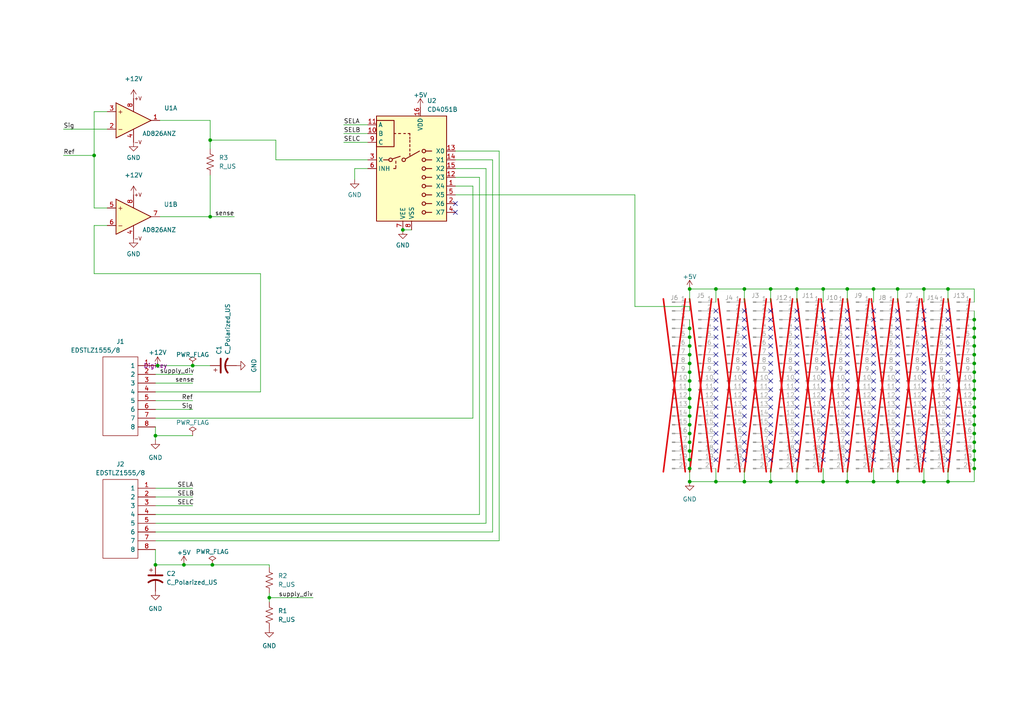
<source format=kicad_sch>
(kicad_sch (version 20230121) (generator eeschema)
  (paper "A4")
  (lib_symbols
    (symbol "Analog_Switch:CD4051B"
      (property "Reference" "U" (at -10.16 16.51 0))
      (property "Value" "CD4051B" (at 3.81 16.51 0))
      (symbol "CD4051B_0_1"
        (rectangle (start -10.16 6.35) (end -5.08 13.97) (stroke (width 0.254)))
        (rectangle (start -10.16 15.24) (end 10.16 -15.24) (stroke (width 0.254)) (fill (type background)))
        (circle (center -6.096 2.54) (radius 0.508) (stroke (width 0.254)))
        (circle (center -2.286 2.54) (radius 0.508) (stroke (width 0.254)))
        (polyline (pts (xy -8.128 2.54) (xy -6.604 2.54)) (stroke (width 0.254)))
        (polyline (pts (xy -5.588 2.794) (xy -3.302 3.556)) (stroke (width 0.254)))
        (polyline (pts (xy -4.572 0) (xy -5.207 0)) (stroke (width 0.254)))
        (polyline (pts (xy -4.572 0.254) (xy -4.572 0.889)) (stroke (width 0.254)))
        (polyline (pts (xy -4.572 1.524) (xy -4.572 2.159)) (stroke (width 0.254)))
        (polyline (pts (xy -4.572 10.16) (xy -5.08 10.16)) (stroke (width 0.254)))
        (polyline (pts (xy -3.81 10.16) (xy -3.175 10.16)) (stroke (width 0.254)))
        (polyline (pts (xy -1.778 2.794) (xy 2.286 5.08)) (stroke (width 0.254)))
        (polyline (pts (xy -1.778 10.16) (xy -2.286 10.16)) (stroke (width 0.254)))
        (polyline (pts (xy -0.508 3.81) (xy -0.508 4.445)) (stroke (width 0.254)))
        (polyline (pts (xy -0.508 5.08) (xy -0.508 5.715)) (stroke (width 0.254)))
        (polyline (pts (xy -0.508 6.35) (xy -0.508 6.985)) (stroke (width 0.254)))
        (polyline (pts (xy -0.508 7.62) (xy -0.508 8.255)) (stroke (width 0.254)))
        (polyline (pts (xy -0.508 8.636) (xy -0.508 9.144)) (stroke (width 0.254)))
        (polyline (pts (xy -0.508 9.652) (xy -0.508 10.16)) (stroke (width 0.254)))
        (polyline (pts (xy -0.508 10.16) (xy -1.016 10.16)) (stroke (width 0.254)))
        (polyline (pts (xy 4.064 -12.7) (xy 5.842 -12.7)) (stroke (width 0.254)))
        (polyline (pts (xy 4.064 -10.16) (xy 5.842 -10.16)) (stroke (width 0.254)))
        (polyline (pts (xy 4.064 -7.62) (xy 5.842 -7.62)) (stroke (width 0.254)))
        (polyline (pts (xy 4.064 -5.08) (xy 5.842 -5.08)) (stroke (width 0.254)))
        (polyline (pts (xy 4.064 -2.54) (xy 5.842 -2.54)) (stroke (width 0.254)))
        (polyline (pts (xy 4.064 0) (xy 5.842 0)) (stroke (width 0.254)))
        (polyline (pts (xy 4.064 2.54) (xy 5.842 2.54)) (stroke (width 0.254)))
        (polyline (pts (xy 4.064 5.08) (xy 5.842 5.08)) (stroke (width 0.254)))
        (circle (center 3.556 -12.7) (radius 0.508) (stroke (width 0.254)))
        (circle (center 3.556 -10.16) (radius 0.508) (stroke (width 0.254)))
        (circle (center 3.556 -7.62) (radius 0.508) (stroke (width 0.254)))
        (circle (center 3.556 -5.08) (radius 0.508) (stroke (width 0.254)))
        (circle (center 3.556 -2.54) (radius 0.508) (stroke (width 0.254)))
        (circle (center 3.556 0) (radius 0.508) (stroke (width 0.254)))
        (circle (center 3.556 2.54) (radius 0.508) (stroke (width 0.254)))
        (circle (center 3.556 5.08) (radius 0.508) (stroke (width 0.254)))
      )
      (symbol "CD4051B_1_1"
        (pin bidirectional line (at 12.7 -5.08 180) (length 2.54) (name "X4") (number "1"))
        (pin input line (at -12.7 10.16 0) (length 2.54) (name "B") (number "10"))
        (pin input line (at -12.7 12.7 0) (length 2.54) (name "A") (number "11"))
        (pin bidirectional line (at 12.7 -2.54 180) (length 2.54) (name "X3") (number "12"))
        (pin bidirectional line (at 12.7 5.08 180) (length 2.54) (name "X0") (number "13"))
        (pin bidirectional line (at 12.7 2.54 180) (length 2.54) (name "X1") (number "14"))
        (pin bidirectional line (at 12.7 0 180) (length 2.54) (name "X2") (number "15"))
        (pin power_in line (at 2.54 17.78 270) (length 2.54) (name "VDD") (number "16"))
        (pin bidirectional line (at 12.7 -10.16 180) (length 2.54) (name "X6") (number "2"))
        (pin bidirectional line (at -12.7 2.54 0) (length 2.54) (name "X") (number "3"))
        (pin bidirectional line (at 12.7 -12.7 180) (length 2.54) (name "X7") (number "4"))
        (pin bidirectional line (at 12.7 -7.62 180) (length 2.54) (name "X5") (number "5"))
        (pin input line (at -12.7 0 0) (length 2.54) (name "INH") (number "6"))
        (pin power_in line (at -2.54 -17.78 90) (length 2.54) (name "VEE") (number "7"))
        (pin power_in line (at 0 -17.78 90) (length 2.54) (name "VSS") (number "8"))
        (pin input line (at -12.7 7.62 0) (length 2.54) (name "C") (number "9"))
      )
    )
    (symbol "Connector:Conn_01x20_Pin" (pin_names (offset 1.016) hide)
      (property "Reference" "J" (at 0 25.4 0))
      (property "Value" "Conn_01x20_Pin" (at 0 -27.94 0))
      (symbol "Conn_01x20_Pin_1_1"
        (polyline (pts (xy 1.27 -25.4) (xy 0.8636 -25.4)) (stroke (width 0.1524)))
        (polyline (pts (xy 1.27 -22.86) (xy 0.8636 -22.86)) (stroke (width 0.1524)))
        (polyline (pts (xy 1.27 -20.32) (xy 0.8636 -20.32)) (stroke (width 0.1524)))
        (polyline (pts (xy 1.27 -17.78) (xy 0.8636 -17.78)) (stroke (width 0.1524)))
        (polyline (pts (xy 1.27 -15.24) (xy 0.8636 -15.24)) (stroke (width 0.1524)))
        (polyline (pts (xy 1.27 -12.7) (xy 0.8636 -12.7)) (stroke (width 0.1524)))
        (polyline (pts (xy 1.27 -10.16) (xy 0.8636 -10.16)) (stroke (width 0.1524)))
        (polyline (pts (xy 1.27 -7.62) (xy 0.8636 -7.62)) (stroke (width 0.1524)))
        (polyline (pts (xy 1.27 -5.08) (xy 0.8636 -5.08)) (stroke (width 0.1524)))
        (polyline (pts (xy 1.27 -2.54) (xy 0.8636 -2.54)) (stroke (width 0.1524)))
        (polyline (pts (xy 1.27 0) (xy 0.8636 0)) (stroke (width 0.1524)))
        (polyline (pts (xy 1.27 2.54) (xy 0.8636 2.54)) (stroke (width 0.1524)))
        (polyline (pts (xy 1.27 5.08) (xy 0.8636 5.08)) (stroke (width 0.1524)))
        (polyline (pts (xy 1.27 7.62) (xy 0.8636 7.62)) (stroke (width 0.1524)))
        (polyline (pts (xy 1.27 10.16) (xy 0.8636 10.16)) (stroke (width 0.1524)))
        (polyline (pts (xy 1.27 12.7) (xy 0.8636 12.7)) (stroke (width 0.1524)))
        (polyline (pts (xy 1.27 15.24) (xy 0.8636 15.24)) (stroke (width 0.1524)))
        (polyline (pts (xy 1.27 17.78) (xy 0.8636 17.78)) (stroke (width 0.1524)))
        (polyline (pts (xy 1.27 20.32) (xy 0.8636 20.32)) (stroke (width 0.1524)))
        (polyline (pts (xy 1.27 22.86) (xy 0.8636 22.86)) (stroke (width 0.1524)))
        (rectangle (start 0.8636 -25.273) (end 0 -25.527) (stroke (width 0.1524)) (fill (type outline)))
        (rectangle (start 0.8636 -22.733) (end 0 -22.987) (stroke (width 0.1524)) (fill (type outline)))
        (rectangle (start 0.8636 -20.193) (end 0 -20.447) (stroke (width 0.1524)) (fill (type outline)))
        (rectangle (start 0.8636 -17.653) (end 0 -17.907) (stroke (width 0.1524)) (fill (type outline)))
        (rectangle (start 0.8636 -15.113) (end 0 -15.367) (stroke (width 0.1524)) (fill (type outline)))
        (rectangle (start 0.8636 -12.573) (end 0 -12.827) (stroke (width 0.1524)) (fill (type outline)))
        (rectangle (start 0.8636 -10.033) (end 0 -10.287) (stroke (width 0.1524)) (fill (type outline)))
        (rectangle (start 0.8636 -7.493) (end 0 -7.747) (stroke (width 0.1524)) (fill (type outline)))
        (rectangle (start 0.8636 -4.953) (end 0 -5.207) (stroke (width 0.1524)) (fill (type outline)))
        (rectangle (start 0.8636 -2.413) (end 0 -2.667) (stroke (width 0.1524)) (fill (type outline)))
        (rectangle (start 0.8636 0.127) (end 0 -0.127) (stroke (width 0.1524)) (fill (type outline)))
        (rectangle (start 0.8636 2.667) (end 0 2.413) (stroke (width 0.1524)) (fill (type outline)))
        (rectangle (start 0.8636 5.207) (end 0 4.953) (stroke (width 0.1524)) (fill (type outline)))
        (rectangle (start 0.8636 7.747) (end 0 7.493) (stroke (width 0.1524)) (fill (type outline)))
        (rectangle (start 0.8636 10.287) (end 0 10.033) (stroke (width 0.1524)) (fill (type outline)))
        (rectangle (start 0.8636 12.827) (end 0 12.573) (stroke (width 0.1524)) (fill (type outline)))
        (rectangle (start 0.8636 15.367) (end 0 15.113) (stroke (width 0.1524)) (fill (type outline)))
        (rectangle (start 0.8636 17.907) (end 0 17.653) (stroke (width 0.1524)) (fill (type outline)))
        (rectangle (start 0.8636 20.447) (end 0 20.193) (stroke (width 0.1524)) (fill (type outline)))
        (rectangle (start 0.8636 22.987) (end 0 22.733) (stroke (width 0.1524)) (fill (type outline)))
        (pin passive line (at 5.08 22.86 180) (length 3.81) (name "Pin_1") (number "1"))
        (pin passive line (at 5.08 0 180) (length 3.81) (name "Pin_10") (number "10"))
        (pin passive line (at 5.08 -2.54 180) (length 3.81) (name "Pin_11") (number "11"))
        (pin passive line (at 5.08 -5.08 180) (length 3.81) (name "Pin_12") (number "12"))
        (pin passive line (at 5.08 -7.62 180) (length 3.81) (name "Pin_13") (number "13"))
        (pin passive line (at 5.08 -10.16 180) (length 3.81) (name "Pin_14") (number "14"))
        (pin passive line (at 5.08 -12.7 180) (length 3.81) (name "Pin_15") (number "15"))
        (pin passive line (at 5.08 -15.24 180) (length 3.81) (name "Pin_16") (number "16"))
        (pin passive line (at 5.08 -17.78 180) (length 3.81) (name "Pin_17") (number "17"))
        (pin passive line (at 5.08 -20.32 180) (length 3.81) (name "Pin_18") (number "18"))
        (pin passive line (at 5.08 -22.86 180) (length 3.81) (name "Pin_19") (number "19"))
        (pin passive line (at 5.08 20.32 180) (length 3.81) (name "Pin_2") (number "2"))
        (pin passive line (at 5.08 -25.4 180) (length 3.81) (name "Pin_20") (number "20"))
        (pin passive line (at 5.08 17.78 180) (length 3.81) (name "Pin_3") (number "3"))
        (pin passive line (at 5.08 15.24 180) (length 3.81) (name "Pin_4") (number "4"))
        (pin passive line (at 5.08 12.7 180) (length 3.81) (name "Pin_5") (number "5"))
        (pin passive line (at 5.08 10.16 180) (length 3.81) (name "Pin_6") (number "6"))
        (pin passive line (at 5.08 7.62 180) (length 3.81) (name "Pin_7") (number "7"))
        (pin passive line (at 5.08 5.08 180) (length 3.81) (name "Pin_8") (number "8"))
        (pin passive line (at 5.08 2.54 180) (length 3.81) (name "Pin_9") (number "9"))
      )
    )
    (symbol "Device:C_Polarized_US" (pin_numbers hide) (pin_names (offset 0.254) hide)
      (property "Reference" "C" (at 0.635 2.54 0))
      (property "Value" "C_Polarized_US" (at 0.635 -2.54 0))
      (symbol "C_Polarized_US_0_1"
        (polyline (pts (xy -2.032 0.762) (xy 2.032 0.762)) (stroke (width 0.508)))
        (polyline (pts (xy -1.778 2.286) (xy -0.762 2.286)))
        (polyline (pts (xy -1.27 1.778) (xy -1.27 2.794)))
        (arc (start 2.032 -1.27) (mid 0 -0.5572) (end -2.032 -1.27) (stroke (width 0.508)))
      )
      (symbol "C_Polarized_US_1_1"
        (pin passive line (at 0 3.81 270) (length 2.794) (name "~") (number "1"))
        (pin passive line (at 0 -3.81 90) (length 3.302) (name "~") (number "2"))
      )
    )
    (symbol "Device:R_US" (pin_numbers hide) (pin_names (offset 0))
      (property "Reference" "R" (at 2.54 0 90))
      (property "Value" "R_US" (at -2.54 0 90))
      (symbol "R_US_0_1"
        (polyline (pts (xy 0 -2.286) (xy 0 -2.54)))
        (polyline (pts (xy 0 2.286) (xy 0 2.54)))
        (polyline (pts (xy 0 -0.762) (xy 1.016 -1.143) (xy 0 -1.524) (xy -1.016 -1.905) (xy 0 -2.286)))
        (polyline (pts (xy 0 0.762) (xy 1.016 0.381) (xy 0 0) (xy -1.016 -0.381) (xy 0 -0.762)))
        (polyline (pts (xy 0 2.286) (xy 1.016 1.905) (xy 0 1.524) (xy -1.016 1.143) (xy 0 0.762)))
      )
      (symbol "R_US_1_1"
        (pin passive line (at 0 3.81 270) (length 1.27) (name "~") (number "1"))
        (pin passive line (at 0 -3.81 90) (length 1.27) (name "~") (number "2"))
      )
    )
    (symbol "Groz_KiCad_Libs:AD826ANZ" (pin_names (offset -6.35) hide)
      (property "Reference" "U" (at -3.81 6.35 0))
      (property "Value" "AD826ANZ" (at 2.54 -3.81 0))
      (symbol "AD826ANZ_0_0"
        (text "+" (at -3.81 2.54 0) (effects (font (size 1.27 1.27))))
        (text "+V" (at 1.27 6.35 0) (effects (font (size 1.016 1.016))))
        (text "-" (at -3.81 -2.54 0) (effects (font (size 1.27 1.27))))
        (text "-V" (at 1.27 -6.35 0) (effects (font (size 1.016 1.016))))
      )
      (symbol "AD826ANZ_0_1"
        (pin power_in line (at 0 -6.35 90) (length 3.81) (name "V-") (number "4"))
        (pin power_in line (at 0 6.35 270) (length 3.81) (name "V+") (number "8"))
      )
      (symbol "AD826ANZ_1_1"
        (polyline (pts (xy -5.08 5.08) (xy 5.08 0) (xy -5.08 -5.08) (xy -5.08 5.08)) (stroke (width 0.254)) (fill (type background)))
        (pin output line (at 7.62 0 180) (length 2.54) (name "~") (number "1"))
        (pin input line (at -7.62 -2.54 0) (length 2.54) (name "-") (number "2"))
        (pin input line (at -7.62 2.54 0) (length 2.54) (name "+") (number "3"))
      )
      (symbol "AD826ANZ_2_1"
        (polyline (pts (xy -5.08 5.08) (xy 5.08 0) (xy -5.08 -5.08) (xy -5.08 5.08)) (stroke (width 0.254)) (fill (type background)))
        (pin input line (at -7.62 2.54 0) (length 2.54) (name "+") (number "5"))
        (pin input line (at -7.62 -2.54 0) (length 2.54) (name "-") (number "6"))
        (pin output line (at 7.62 0 180) (length 2.54) (name "~") (number "7"))
      )
    )
    (symbol "Groz_KiCad_Libs:EDSTLZ1555_8" (pin_names (offset 0.762))
      (property "Reference" "J" (at 16.51 7.62 0))
      (property "Value" "EDSTLZ1555/8" (at 16.51 5.08 0))
      (property "Vendor" "Digikey" (at 0 0 0))
      (symbol "EDSTLZ1555_8_0_0"
        (pin passive line (at 0 0 0) (length 5.08) (name "1") (number "1"))
        (pin passive line (at 0 -2.54 0) (length 5.08) (name "2") (number "2"))
        (pin passive line (at 0 -5.08 0) (length 5.08) (name "3") (number "3"))
        (pin passive line (at 0 -7.62 0) (length 5.08) (name "4") (number "4"))
        (pin passive line (at 0 -10.16 0) (length 5.08) (name "5") (number "5"))
        (pin passive line (at 0 -12.7 0) (length 5.08) (name "6") (number "6"))
        (pin passive line (at 0 -15.24 0) (length 5.08) (name "7") (number "7"))
        (pin passive line (at 0 -17.78 0) (length 5.08) (name "8") (number "8"))
      )
      (symbol "EDSTLZ1555_8_0_1"
        (polyline (pts (xy 5.08 2.54) (xy 15.24 2.54) (xy 15.24 -20.32) (xy 5.08 -20.32) (xy 5.08 2.54)) (stroke (width 0.1524)))
      )
    )
    (symbol "power:+12V" (power) (pin_names (offset 0))
      (property "Value" "+12V" (at 0 3.556 0))
      (symbol "+12V_0_1"
        (polyline (pts (xy -0.762 1.27) (xy 0 2.54)))
        (polyline (pts (xy 0 0) (xy 0 2.54)))
        (polyline (pts (xy 0 2.54) (xy 0.762 1.27)))
      )
      (symbol "+12V_1_1"
        (pin power_in line (at 0 0 90) (length 0) hide (name "+12V") (number "1"))
      )
    )
    (symbol "power:+5V" (power) (pin_names (offset 0))
      (property "Value" "+5V" (at 0 3.556 0))
      (symbol "+5V_0_1"
        (polyline (pts (xy -0.762 1.27) (xy 0 2.54)))
        (polyline (pts (xy 0 0) (xy 0 2.54)))
        (polyline (pts (xy 0 2.54) (xy 0.762 1.27)))
      )
      (symbol "+5V_1_1"
        (pin power_in line (at 0 0 90) (length 0) hide (name "+5V") (number "1"))
      )
    )
    (symbol "power:GND" (power) (pin_names (offset 0))
      (property "Value" "GND" (at 0 -3.81 0))
      (symbol "GND_0_1"
        (polyline (pts (xy 0 0) (xy 0 -1.27) (xy 1.27 -1.27) (xy 0 -2.54) (xy -1.27 -1.27) (xy 0 -1.27)))
      )
      (symbol "GND_1_1"
        (pin power_in line (at 0 0 270) (length 0) hide (name "GND") (number "1"))
      )
    )
    (symbol "power:PWR_FLAG" (power) (pin_numbers hide) (pin_names (offset 0) hide)
      (property "Value" "PWR_FLAG" (at 0 3.81 0))
      (symbol "PWR_FLAG_0_0"
        (pin power_out line (at 0 0 90) (length 0) (name "pwr") (number "1"))
      )
      (symbol "PWR_FLAG_0_1"
        (polyline (pts (xy 0 0) (xy 0 1.27) (xy -1.016 1.905) (xy 0 2.54) (xy 1.016 1.905) (xy 0 1.27)))
      )
    )
  )
  (junction (at 282.575 133.35))
  (junction (at 200.025 97.79))
  (junction (at 282.575 110.49))
  (junction (at 282.575 118.11))
  (junction (at 282.575 102.87))
  (junction (at 55.88 106.045))
  (junction (at 223.52 139.7))
  (junction (at 260.35 83.82))
  (junction (at 238.76 83.82))
  (junction (at 61.595 163.83))
  (junction (at 282.575 115.57))
  (junction (at 45.085 163.83))
  (junction (at 282.575 97.79))
  (junction (at 200.025 133.35))
  (junction (at 282.575 100.33))
  (junction (at 78.105 173.355))
  (junction (at 215.9 139.7))
  (junction (at 200.025 125.73))
  (junction (at 282.575 113.03))
  (junction (at 282.575 120.65))
  (junction (at 282.575 95.25))
  (junction (at 245.745 83.82))
  (junction (at 274.955 139.7))
  (junction (at 207.645 139.7))
  (junction (at 116.84 66.675))
  (junction (at 282.575 125.73))
  (junction (at 231.14 83.82))
  (junction (at 231.14 139.7))
  (junction (at 45.72 106.045))
  (junction (at 200.025 107.95))
  (junction (at 282.575 123.19))
  (junction (at 200.025 83.82))
  (junction (at 253.365 83.82))
  (junction (at 200.025 102.87))
  (junction (at 200.025 123.19))
  (junction (at 245.745 139.7))
  (junction (at 215.9 83.82))
  (junction (at 282.575 130.81))
  (junction (at 200.025 113.03))
  (junction (at 200.025 135.89))
  (junction (at 200.025 118.11))
  (junction (at 200.025 115.57))
  (junction (at 200.025 110.49))
  (junction (at 282.575 105.41))
  (junction (at 238.76 139.7))
  (junction (at 282.575 135.89))
  (junction (at 267.97 139.7))
  (junction (at 253.365 139.7))
  (junction (at 60.96 40.64))
  (junction (at 200.025 105.41))
  (junction (at 207.645 83.82))
  (junction (at 200.025 128.27))
  (junction (at 282.575 128.27))
  (junction (at 200.025 120.65))
  (junction (at 200.025 95.25))
  (junction (at 223.52 83.82))
  (junction (at 27.305 45.085))
  (junction (at 200.025 130.81))
  (junction (at 60.96 62.865))
  (junction (at 274.955 83.82))
  (junction (at 53.34 163.83))
  (junction (at 200.025 139.7))
  (junction (at 45.085 126.365))
  (junction (at 260.35 139.7))
  (junction (at 282.575 92.71))
  (junction (at 267.97 83.82))
  (junction (at 282.575 107.95))
  (junction (at 200.025 100.33))
  (no_connect (at 267.97 92.71))
  (no_connect (at 253.365 120.65))
  (no_connect (at 223.52 128.27))
  (no_connect (at 231.14 97.79))
  (no_connect (at 231.14 102.87))
  (no_connect (at 207.645 125.73))
  (no_connect (at 267.97 125.73))
  (no_connect (at 231.14 100.33))
  (no_connect (at 267.97 100.33))
  (no_connect (at 207.645 113.03))
  (no_connect (at 245.745 102.87))
  (no_connect (at 267.97 128.27))
  (no_connect (at 215.9 115.57))
  (no_connect (at 238.76 125.73))
  (no_connect (at 207.645 105.41))
  (no_connect (at 253.365 125.73))
  (no_connect (at 231.14 90.17))
  (no_connect (at 238.76 120.65))
  (no_connect (at 238.76 100.33))
  (no_connect (at 274.955 100.33))
  (no_connect (at 215.9 92.71))
  (no_connect (at 245.745 100.33))
  (no_connect (at 238.76 113.03))
  (no_connect (at 215.9 123.19))
  (no_connect (at 274.955 102.87))
  (no_connect (at 274.955 107.95))
  (no_connect (at 253.365 107.95))
  (no_connect (at 267.97 133.35))
  (no_connect (at 267.97 97.79))
  (no_connect (at 223.52 115.57))
  (no_connect (at 215.9 95.25))
  (no_connect (at 260.35 123.19))
  (no_connect (at 253.365 95.25))
  (no_connect (at 238.76 115.57))
  (no_connect (at 238.76 123.19))
  (no_connect (at 238.76 128.27))
  (no_connect (at 245.745 97.79))
  (no_connect (at 231.14 107.95))
  (no_connect (at 215.9 97.79))
  (no_connect (at 260.35 130.81))
  (no_connect (at 238.76 105.41))
  (no_connect (at 274.955 113.03))
  (no_connect (at 238.76 130.81))
  (no_connect (at 245.745 105.41))
  (no_connect (at 238.76 110.49))
  (no_connect (at 132.08 59.055))
  (no_connect (at 253.365 110.49))
  (no_connect (at 267.97 123.19))
  (no_connect (at 253.365 115.57))
  (no_connect (at 245.745 128.27))
  (no_connect (at 238.76 95.25))
  (no_connect (at 260.35 102.87))
  (no_connect (at 223.52 113.03))
  (no_connect (at 260.35 92.71))
  (no_connect (at 207.645 100.33))
  (no_connect (at 260.35 90.17))
  (no_connect (at 274.955 125.73))
  (no_connect (at 231.14 120.65))
  (no_connect (at 260.35 97.79))
  (no_connect (at 231.14 133.35))
  (no_connect (at 267.97 113.03))
  (no_connect (at 274.955 97.79))
  (no_connect (at 274.955 130.81))
  (no_connect (at 223.52 107.95))
  (no_connect (at 223.52 102.87))
  (no_connect (at 245.745 113.03))
  (no_connect (at 274.955 133.35))
  (no_connect (at 260.35 118.11))
  (no_connect (at 253.365 133.35))
  (no_connect (at 215.9 90.17))
  (no_connect (at 267.97 118.11))
  (no_connect (at 245.745 130.81))
  (no_connect (at 274.955 115.57))
  (no_connect (at 231.14 95.25))
  (no_connect (at 238.76 118.11))
  (no_connect (at 253.365 128.27))
  (no_connect (at 215.9 125.73))
  (no_connect (at 238.76 102.87))
  (no_connect (at 215.9 107.95))
  (no_connect (at 267.97 105.41))
  (no_connect (at 223.52 130.81))
  (no_connect (at 231.14 123.19))
  (no_connect (at 223.52 133.35))
  (no_connect (at 223.52 120.65))
  (no_connect (at 207.645 128.27))
  (no_connect (at 238.76 90.17))
  (no_connect (at 215.9 102.87))
  (no_connect (at 260.35 105.41))
  (no_connect (at 267.97 115.57))
  (no_connect (at 260.35 107.95))
  (no_connect (at 260.35 125.73))
  (no_connect (at 260.35 110.49))
  (no_connect (at 132.08 61.595))
  (no_connect (at 245.745 133.35))
  (no_connect (at 231.14 110.49))
  (no_connect (at 215.9 118.11))
  (no_connect (at 267.97 95.25))
  (no_connect (at 207.645 110.49))
  (no_connect (at 207.645 118.11))
  (no_connect (at 231.14 115.57))
  (no_connect (at 215.9 133.35))
  (no_connect (at 231.14 130.81))
  (no_connect (at 267.97 107.95))
  (no_connect (at 223.52 123.19))
  (no_connect (at 274.955 120.65))
  (no_connect (at 274.955 105.41))
  (no_connect (at 260.35 128.27))
  (no_connect (at 223.52 92.71))
  (no_connect (at 253.365 118.11))
  (no_connect (at 267.97 130.81))
  (no_connect (at 231.14 113.03))
  (no_connect (at 207.645 123.19))
  (no_connect (at 207.645 92.71))
  (no_connect (at 223.52 105.41))
  (no_connect (at 253.365 97.79))
  (no_connect (at 238.76 92.71))
  (no_connect (at 223.52 90.17))
  (no_connect (at 274.955 128.27))
  (no_connect (at 274.955 110.49))
  (no_connect (at 253.365 102.87))
  (no_connect (at 207.645 130.81))
  (no_connect (at 260.35 100.33))
  (no_connect (at 223.52 100.33))
  (no_connect (at 215.9 105.41))
  (no_connect (at 215.9 110.49))
  (no_connect (at 267.97 90.17))
  (no_connect (at 260.35 120.65))
  (no_connect (at 215.9 128.27))
  (no_connect (at 207.645 133.35))
  (no_connect (at 253.365 123.19))
  (no_connect (at 274.955 90.17))
  (no_connect (at 253.365 113.03))
  (no_connect (at 245.745 125.73))
  (no_connect (at 267.97 102.87))
  (no_connect (at 231.14 92.71))
  (no_connect (at 253.365 130.81))
  (no_connect (at 245.745 115.57))
  (no_connect (at 223.52 110.49))
  (no_connect (at 253.365 92.71))
  (no_connect (at 260.35 115.57))
  (no_connect (at 245.745 123.19))
  (no_connect (at 267.97 110.49))
  (no_connect (at 253.365 105.41))
  (no_connect (at 238.76 107.95))
  (no_connect (at 238.76 133.35))
  (no_connect (at 207.645 102.87))
  (no_connect (at 231.14 128.27))
  (no_connect (at 245.745 110.49))
  (no_connect (at 245.745 120.65))
  (no_connect (at 253.365 90.17))
  (no_connect (at 245.745 90.17))
  (no_connect (at 267.97 120.65))
  (no_connect (at 260.35 95.25))
  (no_connect (at 274.955 123.19))
  (no_connect (at 245.745 107.95))
  (no_connect (at 274.955 92.71))
  (no_connect (at 207.645 95.25))
  (no_connect (at 245.745 92.71))
  (no_connect (at 245.745 95.25))
  (no_connect (at 231.14 125.73))
  (no_connect (at 260.35 113.03))
  (no_connect (at 245.745 118.11))
  (no_connect (at 260.35 133.35))
  (no_connect (at 223.52 118.11))
  (no_connect (at 231.14 118.11))
  (no_connect (at 215.9 113.03))
  (no_connect (at 274.955 95.25))
  (no_connect (at 238.76 97.79))
  (no_connect (at 215.9 120.65))
  (no_connect (at 253.365 100.33))
  (no_connect (at 207.645 90.17))
  (no_connect (at 274.955 118.11))
  (no_connect (at 223.52 125.73))
  (no_connect (at 231.14 105.41))
  (no_connect (at 207.645 97.79))
  (no_connect (at 207.645 120.65))
  (no_connect (at 223.52 97.79))
  (no_connect (at 215.9 130.81))
  (no_connect (at 223.52 95.25))
  (no_connect (at 215.9 100.33))
  (no_connect (at 207.645 115.57))
  (no_connect (at 207.645 107.95))
  (wire (pts (xy 45.085 118.745) (xy 55.88 118.745)))
  (wire (pts (xy 253.365 139.7) (xy 253.365 135.89)))
  (wire (pts (xy 137.16 121.285) (xy 45.085 121.285)))
  (wire (pts (xy 253.365 83.82) (xy 253.365 87.63)))
  (wire (pts (xy 53.34 163.83) (xy 61.595 163.83)))
  (wire (pts (xy 45.085 144.145) (xy 55.88 144.145)))
  (wire (pts (xy 139.065 149.225) (xy 45.085 149.225)))
  (wire (pts (xy 132.08 46.355) (xy 142.875 46.355)))
  (wire (pts (xy 45.085 163.83) (xy 53.34 163.83)))
  (wire (pts (xy 282.575 90.17) (xy 282.575 92.71)))
  (wire (pts (xy 200.025 83.82) (xy 207.645 83.82)))
  (wire (pts (xy 245.745 83.82) (xy 245.745 87.63)))
  (wire (pts (xy 99.695 36.195) (xy 106.68 36.195)))
  (wire (pts (xy 223.52 139.7) (xy 231.14 139.7)))
  (wire (pts (xy 45.085 116.205) (xy 55.88 116.205)))
  (wire (pts (xy 200.025 120.65) (xy 200.025 123.19)))
  (wire (pts (xy 27.305 79.375) (xy 75.565 79.375)))
  (wire (pts (xy 282.575 118.11) (xy 282.575 120.65)))
  (wire (pts (xy 200.025 95.25) (xy 200.025 97.79)))
  (wire (pts (xy 260.35 139.7) (xy 267.97 139.7)))
  (wire (pts (xy 27.305 79.375) (xy 27.305 65.405)))
  (wire (pts (xy 78.105 163.83) (xy 61.595 163.83)))
  (wire (pts (xy 200.025 130.81) (xy 200.025 133.35)))
  (wire (pts (xy 200.025 88.9) (xy 200.025 90.17)))
  (wire (pts (xy 200.025 102.87) (xy 200.025 105.41)))
  (wire (pts (xy 260.35 83.82) (xy 260.35 87.63)))
  (wire (pts (xy 60.96 62.865) (xy 67.945 62.865)))
  (wire (pts (xy 215.9 139.7) (xy 215.9 135.89)))
  (wire (pts (xy 55.88 126.365) (xy 45.085 126.365)))
  (wire (pts (xy 45.085 141.605) (xy 55.88 141.605)))
  (wire (pts (xy 223.52 139.7) (xy 223.52 135.89)))
  (wire (pts (xy 200.025 100.33) (xy 200.025 102.87)))
  (wire (pts (xy 274.955 135.89) (xy 274.955 139.7)))
  (wire (pts (xy 106.68 48.895) (xy 102.87 48.895)))
  (wire (pts (xy 46.355 34.925) (xy 60.96 34.925)))
  (wire (pts (xy 282.575 130.81) (xy 282.575 133.35)))
  (wire (pts (xy 60.96 62.865) (xy 46.355 62.865)))
  (wire (pts (xy 200.025 105.41) (xy 200.025 107.95)))
  (wire (pts (xy 282.575 92.71) (xy 282.575 95.25)))
  (wire (pts (xy 223.52 83.82) (xy 231.14 83.82)))
  (wire (pts (xy 207.645 83.82) (xy 207.645 87.63)))
  (wire (pts (xy 45.085 123.825) (xy 45.085 126.365)))
  (wire (pts (xy 60.96 40.64) (xy 60.96 43.18)))
  (wire (pts (xy 27.305 60.325) (xy 31.115 60.325)))
  (wire (pts (xy 27.305 65.405) (xy 31.115 65.405)))
  (wire (pts (xy 200.025 107.95) (xy 200.025 110.49)))
  (wire (pts (xy 231.14 135.89) (xy 231.14 139.7)))
  (wire (pts (xy 106.68 46.355) (xy 80.01 46.355)))
  (wire (pts (xy 132.08 48.895) (xy 140.97 48.895)))
  (wire (pts (xy 132.08 56.515) (xy 184.15 56.515)))
  (wire (pts (xy 45.085 108.585) (xy 55.88 108.585)))
  (wire (pts (xy 267.97 139.7) (xy 274.955 139.7)))
  (wire (pts (xy 207.645 83.82) (xy 215.9 83.82)))
  (wire (pts (xy 231.14 139.7) (xy 238.76 139.7)))
  (wire (pts (xy 282.575 113.03) (xy 282.575 115.57)))
  (wire (pts (xy 45.085 127.635) (xy 45.085 126.365)))
  (wire (pts (xy 267.97 139.7) (xy 267.97 135.89)))
  (wire (pts (xy 282.575 115.57) (xy 282.575 118.11)))
  (wire (pts (xy 200.025 110.49) (xy 200.025 113.03)))
  (wire (pts (xy 99.695 41.275) (xy 106.68 41.275)))
  (wire (pts (xy 238.76 83.82) (xy 245.745 83.82)))
  (wire (pts (xy 200.025 125.73) (xy 200.025 128.27)))
  (wire (pts (xy 282.575 123.19) (xy 282.575 125.73)))
  (wire (pts (xy 144.78 43.815) (xy 144.78 156.845)))
  (wire (pts (xy 200.025 133.35) (xy 200.025 135.89)))
  (wire (pts (xy 75.565 113.665) (xy 75.565 79.375)))
  (wire (pts (xy 207.645 139.7) (xy 215.9 139.7)))
  (wire (pts (xy 238.76 83.82) (xy 238.76 87.63)))
  (wire (pts (xy 215.9 139.7) (xy 223.52 139.7)))
  (wire (pts (xy 60.96 50.8) (xy 60.96 62.865)))
  (wire (pts (xy 45.72 106.045) (xy 45.085 106.045)))
  (wire (pts (xy 31.115 32.385) (xy 27.305 32.385)))
  (wire (pts (xy 231.14 87.63) (xy 231.14 83.82)))
  (wire (pts (xy 200.025 123.19) (xy 200.025 125.73)))
  (wire (pts (xy 99.695 38.735) (xy 106.68 38.735)))
  (wire (pts (xy 45.085 159.385) (xy 45.085 163.83)))
  (wire (pts (xy 282.575 120.65) (xy 282.575 123.19)))
  (wire (pts (xy 282.575 97.79) (xy 282.575 100.33)))
  (wire (pts (xy 238.76 139.7) (xy 245.745 139.7)))
  (wire (pts (xy 282.575 110.49) (xy 282.575 113.03)))
  (wire (pts (xy 282.575 105.41) (xy 282.575 107.95)))
  (wire (pts (xy 137.16 53.975) (xy 137.16 121.285)))
  (wire (pts (xy 245.745 83.82) (xy 253.365 83.82)))
  (wire (pts (xy 200.025 139.7) (xy 207.645 139.7)))
  (wire (pts (xy 45.085 113.665) (xy 75.565 113.665)))
  (wire (pts (xy 267.97 83.82) (xy 274.955 83.82)))
  (wire (pts (xy 142.875 46.355) (xy 142.875 154.305)))
  (wire (pts (xy 238.76 139.7) (xy 238.76 135.89)))
  (wire (pts (xy 200.025 135.89) (xy 200.025 139.7)))
  (wire (pts (xy 55.88 106.045) (xy 60.96 106.045)))
  (wire (pts (xy 200.025 118.11) (xy 200.025 120.65)))
  (wire (pts (xy 282.575 95.25) (xy 282.575 97.79)))
  (wire (pts (xy 200.025 92.71) (xy 200.025 95.25)))
  (wire (pts (xy 282.575 100.33) (xy 282.575 102.87)))
  (wire (pts (xy 132.08 53.975) (xy 137.16 53.975)))
  (wire (pts (xy 132.08 51.435) (xy 139.065 51.435)))
  (wire (pts (xy 139.065 51.435) (xy 139.065 149.225)))
  (wire (pts (xy 260.35 83.82) (xy 267.97 83.82)))
  (wire (pts (xy 253.365 83.82) (xy 260.35 83.82)))
  (wire (pts (xy 215.9 83.82) (xy 215.9 87.63)))
  (wire (pts (xy 282.575 139.7) (xy 282.575 135.89)))
  (wire (pts (xy 45.085 146.685) (xy 55.88 146.685)))
  (wire (pts (xy 116.84 66.675) (xy 119.38 66.675)))
  (wire (pts (xy 274.955 87.63) (xy 274.955 83.82)))
  (wire (pts (xy 274.955 139.7) (xy 282.575 139.7)))
  (wire (pts (xy 102.87 48.895) (xy 102.87 52.07)))
  (wire (pts (xy 140.97 151.765) (xy 45.085 151.765)))
  (wire (pts (xy 144.78 156.845) (xy 45.085 156.845)))
  (wire (pts (xy 274.955 83.82) (xy 282.575 83.82)))
  (wire (pts (xy 78.105 173.355) (xy 78.105 172.085)))
  (wire (pts (xy 27.305 45.085) (xy 27.305 60.325)))
  (wire (pts (xy 282.575 133.35) (xy 282.575 135.89)))
  (wire (pts (xy 78.105 173.355) (xy 90.805 173.355)))
  (wire (pts (xy 223.52 83.82) (xy 223.52 87.63)))
  (wire (pts (xy 231.14 83.82) (xy 238.76 83.82)))
  (wire (pts (xy 282.575 128.27) (xy 282.575 130.81)))
  (wire (pts (xy 245.745 139.7) (xy 245.745 135.89)))
  (wire (pts (xy 45.72 106.045) (xy 55.88 106.045)))
  (wire (pts (xy 27.305 45.085) (xy 18.415 45.085)))
  (wire (pts (xy 200.025 113.03) (xy 200.025 115.57)))
  (wire (pts (xy 78.105 164.465) (xy 78.105 163.83)))
  (wire (pts (xy 80.01 40.64) (xy 60.96 40.64)))
  (wire (pts (xy 200.025 128.27) (xy 200.025 130.81)))
  (wire (pts (xy 282.575 107.95) (xy 282.575 110.49)))
  (wire (pts (xy 80.01 46.355) (xy 80.01 40.64)))
  (wire (pts (xy 142.875 154.305) (xy 45.085 154.305)))
  (wire (pts (xy 200.025 115.57) (xy 200.025 118.11)))
  (wire (pts (xy 267.97 83.82) (xy 267.97 87.63)))
  (wire (pts (xy 215.9 83.82) (xy 223.52 83.82)))
  (wire (pts (xy 184.15 88.9) (xy 200.025 88.9)))
  (wire (pts (xy 184.15 56.515) (xy 184.15 88.9)))
  (wire (pts (xy 200.025 87.63) (xy 200.025 83.82)))
  (wire (pts (xy 140.97 48.895) (xy 140.97 151.765)))
  (wire (pts (xy 18.415 37.465) (xy 31.115 37.465)))
  (wire (pts (xy 253.365 139.7) (xy 260.35 139.7)))
  (wire (pts (xy 245.745 139.7) (xy 253.365 139.7)))
  (wire (pts (xy 207.645 139.7) (xy 207.645 135.89)))
  (wire (pts (xy 60.96 34.925) (xy 60.96 40.64)))
  (wire (pts (xy 260.35 139.7) (xy 260.35 135.89)))
  (wire (pts (xy 282.575 125.73) (xy 282.575 128.27)))
  (wire (pts (xy 282.575 83.82) (xy 282.575 87.63)))
  (wire (pts (xy 27.305 32.385) (xy 27.305 45.085)))
  (wire (pts (xy 200.025 97.79) (xy 200.025 100.33)))
  (wire (pts (xy 45.085 111.125) (xy 55.88 111.125)))
  (wire (pts (xy 132.08 43.815) (xy 144.78 43.815)))
  (wire (pts (xy 78.105 174.625) (xy 78.105 173.355)))
  (wire (pts (xy 282.575 102.87) (xy 282.575 105.41)))
  (label "SELB" (at 51.435 144.145 0))
  (label "sense" (at 67.945 62.865 180))
  (label "supply_div" (at 90.805 173.355 180))
  (label "Sig" (at 18.415 37.465 0))
  (label "SELC" (at 51.435 146.685 0))
  (label "sense" (at 50.8 111.125 0))
  (label "SELC" (at 99.695 41.275 0))
  (label "Sig" (at 52.705 118.745 0))
  (label "SELA" (at 51.435 141.605 0))
  (label "Ref" (at 18.415 45.085 0))
  (label "Ref" (at 52.705 116.205 0))
  (label "SELA" (at 99.695 36.195 0))
  (label "SELB" (at 99.695 38.735 0))
  (label "supply_div" (at 46.355 108.585 0))
  (symbol (lib_id "Connector:Conn_01x20_Pin") (at 218.44 110.49 0) (unit 1) (dnp yes)
    (property "Reference" "J3" (at 219.075 85.725 0))
    (property "Value" "Conn_01x20_Pin" (effects hide))
    (property "Footprint" "Groz_KiCad_Libs:SIP-20_PERF" (effects hide))
  )
  (symbol (lib_id "Connector:Conn_01x20_Pin") (at 248.285 110.49 0) (unit 1) (dnp yes)
    (property "Reference" "J9" (at 248.92 85.725 0))
    (property "Value" "Conn_01x20_Pin" (effects hide))
    (property "Footprint" "Groz_KiCad_Libs:SIP-20_PERF" (effects hide))
  )
  (symbol (lib_id "power:GND") (at 45.085 171.45 0) (unit 1)
    (property "Reference" "#PWR06" (effects hide))
    (property "Value" "GND" (at 45.085 176.53 0))
  )
  (symbol (lib_id "power:PWR_FLAG") (at 55.88 126.365 0) (unit 1)
    (property "Reference" "#FLG02" (effects hide))
    (property "Value" "PWR_FLAG" (at 55.88 122.555 0))
  )
  (symbol (lib_id "power:PWR_FLAG") (at 61.595 163.83 0) (unit 1)
    (property "Reference" "#FLG03" (effects hide))
    (property "Value" "PWR_FLAG" (at 61.595 160.02 0))
  )
  (symbol (lib_id "Connector:Conn_01x20_Pin") (at 269.875 110.49 0) (unit 1) (dnp yes)
    (property "Reference" "J14" (at 270.51 86.36 0))
    (property "Value" "Conn_01x20_Pin" (effects hide))
    (property "Footprint" "Groz_KiCad_Libs:SIP-20_PERF" (effects hide))
  )
  (symbol (lib_id "Analog_Switch:CD4051B") (at 119.38 48.895 0) (unit 1)
    (property "Reference" "U2" (at 123.8759 29.21 0) (effects (justify left)))
    (property "Value" "CD4051B" (at 123.8759 31.75 0) (effects (justify left)))
    (property "Footprint" "Package_DIP:DIP-16_W7.62mm_LongPads" (effects hide))
    (property "Datasheet" "http://www.ti.com/lit/ds/symlink/cd4052b.pdf" (effects hide))
    (property "Vendor" "Digikey" (effects hide))
    (property "MFG" "Texas Instruments" (effects hide))
    (property "AML" "CD4051B" (effects hide))
  )
  (symbol (lib_id "Connector:Conn_01x20_Pin") (at 202.565 110.49 0) (unit 1) (dnp yes)
    (property "Reference" "J5" (at 203.2 85.725 0))
    (property "Value" "Conn_01x20_Pin" (effects hide))
    (property "Footprint" "Groz_KiCad_Libs:SIP-20_PERF" (effects hide))
  )
  (symbol (lib_id "power:GND") (at 45.085 127.635 0) (unit 1)
    (property "Reference" "#PWR05" (effects hide))
    (property "Value" "GND" (at 45.085 132.715 0))
  )
  (symbol (lib_id "power:GND") (at 38.735 69.215 0) (unit 1)
    (property "Reference" "#PWR04" (effects hide))
    (property "Value" "GND" (at 38.735 73.66 0))
  )
  (symbol (lib_id "Device:C_Polarized_US") (at 45.085 167.64 0) (unit 1)
    (property "Reference" "C2" (at 48.26 166.37 0) (effects (justify left)))
    (property "Value" "C_Polarized_US" (at 48.26 168.91 0) (effects (justify left)))
    (property "Footprint" "Groz_KiCad_Libs:CP_Radial_D5.0mm_P2.50mm" (effects hide))
    (property "Vendor" "Digikey" (effects hide))
    (property "MFG" "KEMET" (effects hide))
    (property "AML" "A759BQ106M1VAAE090" (effects hide))
  )
  (symbol (lib_id "Connector:Conn_01x20_Pin") (at 233.68 110.49 0) (unit 1) (dnp yes)
    (property "Reference" "J11" (at 234.315 85.725 0))
    (property "Value" "Conn_01x20_Pin" (effects hide))
    (property "Footprint" "Groz_KiCad_Libs:SIP-20_PERF" (effects hide))
  )
  (symbol (lib_id "power:+5V") (at 53.34 163.83 0) (unit 1)
    (property "Reference" "#PWR08" (effects hide))
    (property "Value" "+5V" (at 53.34 160.274 0))
  )
  (symbol (lib_id "Device:C_Polarized_US") (at 64.77 106.045 90) (unit 1)
    (property "Reference" "C1" (at 63.5 102.87 0) (effects (justify left)))
    (property "Value" "C_Polarized_US" (at 66.04 102.87 0) (effects (justify left)))
    (property "Footprint" "Groz_KiCad_Libs:CP_Radial_D5.0mm_P2.50mm" (effects hide))
    (property "AML" "A759BQ106M1VAAE090" (effects hide))
  )
  (symbol (lib_id "power:+12V") (at 45.72 106.045 0) (mirror y) (unit 1)
    (property "Reference" "#PWR07" (effects hide))
    (property "Value" "+12V" (at 45.72 102.235 0))
  )
  (symbol (lib_id "Connector:Conn_01x20_Pin") (at 262.89 110.49 0) (unit 1) (dnp yes)
    (property "Reference" "J7" (at 263.525 85.725 0))
    (property "Value" "Conn_01x20_Pin" (effects hide))
    (property "Footprint" "Groz_KiCad_Libs:SIP-20_PERF" (effects hide))
  )
  (symbol (lib_id "Connector:Conn_01x20_Pin") (at 240.665 110.49 0) (unit 1) (dnp yes)
    (property "Reference" "J10" (at 241.3 86.36 0))
    (property "Value" "Conn_01x20_Pin" (effects hide))
    (property "Footprint" "Groz_KiCad_Libs:SIP-20_PERF" (effects hide))
  )
  (symbol (lib_id "Connector:Conn_01x20_Pin") (at 255.27 110.49 0) (unit 1) (dnp yes)
    (property "Reference" "J8" (at 255.905 86.36 0))
    (property "Value" "Conn_01x20_Pin" (effects hide))
    (property "Footprint" "Groz_KiCad_Libs:SIP-20_PERF" (effects hide))
  )
  (symbol (lib_id "power:PWR_FLAG") (at 55.88 106.045 0) (unit 1)
    (property "Reference" "#FLG01" (effects hide))
    (property "Value" "PWR_FLAG" (at 55.88 102.87 0))
  )
  (symbol (lib_id "Groz_KiCad_Libs:EDSTLZ1555_8") (at 45.085 141.605 0) (mirror y) (unit 1)
    (property "Reference" "J2" (at 34.925 134.62 0))
    (property "Value" "EDSTLZ1555/8" (at 34.925 137.16 0))
    (property "Footprint" "Groz_KiCad_Libs:CONN-TH_EDSTLZ1555-8" (effects hide))
    (property "Datasheet" "https://www.digikey.com/en/products/detail/on-shore-technology-inc/EDSTLZ1555-8/250560?0=%2Fheaders-plugs-and-sockets&s=N4IgjCBcpgDA7AViqAxlAZgQwDYGcBTAGhAHsoBtEAJgA4wAWOEAXRIAcAXKEAZU4BOASwB2AcxABfEgFpqKEOkiCArsTKUQyFpOk1NAUQAivACoAZAFphEt1pKA" (effects hide))
    (property "Vendor" "Digikey" (effects hide))
    (property "Description" "8 Position Terminal Block Plug, Female Sockets 0.150\" (3.81mm) Screw" (effects hide))
    (property "Height" "9.2" (effects hide))
    (property "MFG" "On Shore Technology Inc." (effects hide))
    (property "AML" "EDSTLZ1555/8" (effects hide))
  )
  (symbol (lib_id "Groz_KiCad_Libs:AD826ANZ") (at 38.735 62.865 0) (unit 2)
    (property "Reference" "U1" (at 49.53 59.2836 0))
    (property "Value" "AD826ANZ" (at 41.275 66.675 0) (effects (justify left)))
    (property "Footprint" "Groz_KiCad_Libs:DIP-8_W7.62mm_LongPads" (effects hide))
    (property "Datasheet" "https://www.analog.com/media/en/technical-documentation/data-sheets/AD826.pdf" (effects hide))
    (property "MFG" "Analog Devices" (effects hide))
    (property "AML" "AD826ANZ" (effects hide))
  )
  (symbol (lib_id "power:+5V") (at 121.92 31.115 0) (unit 1)
    (property "Reference" "#PWR013" (effects hide))
    (property "Value" "+5V" (at 121.92 27.559 0))
  )
  (symbol (lib_id "power:GND") (at 78.105 182.245 0) (unit 1)
    (property "Reference" "#PWR010" (effects hide))
    (property "Value" "GND" (at 78.105 187.325 0))
  )
  (symbol (lib_id "power:GND") (at 102.87 52.07 0) (unit 1)
    (property "Reference" "#PWR011" (effects hide))
    (property "Value" "GND" (at 102.87 56.515 0))
  )
  (symbol (lib_id "Groz_KiCad_Libs:AD826ANZ") (at 38.735 34.925 0) (unit 1)
    (property "Reference" "U1" (at 49.53 31.3436 0))
    (property "Value" "AD826ANZ" (at 41.275 38.735 0) (effects (justify left)))
    (property "Footprint" "Groz_KiCad_Libs:DIP-8_W7.62mm_LongPads" (effects hide))
    (property "Datasheet" "https://www.analog.com/media/en/technical-documentation/data-sheets/AD826.pdf" (effects hide))
    (property "MFG" "Analog Devices" (effects hide))
    (property "AML" "AD826ANZ" (effects hide))
  )
  (symbol (lib_id "power:GND") (at 38.735 41.275 0) (unit 1)
    (property "Reference" "#PWR02" (effects hide))
    (property "Value" "GND" (at 38.735 45.72 0))
  )
  (symbol (lib_id "power:GND") (at 116.84 66.675 0) (unit 1)
    (property "Reference" "#PWR012" (effects hide))
    (property "Value" "GND" (at 116.84 71.12 0))
  )
  (symbol (lib_id "power:GND") (at 200.025 139.7 0) (unit 1)
    (property "Reference" "#PWR015" (effects hide))
    (property "Value" "GND" (at 200.025 144.78 0))
  )
  (symbol (lib_id "Connector:Conn_01x20_Pin") (at 194.945 110.49 0) (unit 1) (dnp yes)
    (property "Reference" "J6" (at 195.58 86.36 0))
    (property "Value" "Conn_01x20_Pin" (effects hide))
    (property "Footprint" "Groz_KiCad_Libs:SIP-20_PERF" (effects hide))
  )
  (symbol (lib_id "Device:R_US") (at 78.105 168.275 0) (unit 1)
    (property "Reference" "R2" (at 80.645 167.0049 0) (effects (justify left)))
    (property "Value" "R_US" (at 80.645 169.5449 0) (effects (justify left)))
    (property "Footprint" "Groz_KiCad_Libs:R_Axial_DIN0207_L6.3mm_D2.5mm_P11.43mm_Horizontal_0.25W" (effects hide))
  )
  (symbol (lib_id "Device:R_US") (at 78.105 178.435 0) (unit 1)
    (property "Reference" "R1" (at 80.645 177.1649 0) (effects (justify left)))
    (property "Value" "R_US" (at 80.645 179.7049 0) (effects (justify left)))
    (property "Footprint" "Groz_KiCad_Libs:R_Axial_DIN0207_L6.3mm_D2.5mm_P11.43mm_Horizontal_0.25W" (effects hide))
  )
  (symbol (lib_id "Connector:Conn_01x20_Pin") (at 210.82 110.49 0) (unit 1) (dnp yes)
    (property "Reference" "J4" (at 211.455 86.36 0))
    (property "Value" "Conn_01x20_Pin" (effects hide))
    (property "Footprint" "Groz_KiCad_Libs:SIP-20_PERF" (effects hide))
  )
  (symbol (lib_id "Groz_KiCad_Libs:EDSTLZ1555_8") (at 45.085 106.045 0) (mirror y) (unit 1)
    (property "Reference" "J1" (at 34.925 99.06 0))
    (property "Value" "EDSTLZ1555/8" (at 34.925 101.6 0) (effects (justify left)))
    (property "Footprint" "Groz_KiCad_Libs:CONN-TH_EDSTLZ1555-8" (effects hide))
    (property "Datasheet" "https://www.digikey.com/en/products/detail/on-shore-technology-inc/EDSTLZ1555-8/250560?0=%2Fheaders-plugs-and-sockets&s=N4IgjCBcpgDA7AViqAxlAZgQwDYGcBTAGhAHsoBtEAJgA4wAWOEAXRIAcAXKEAZU4BOASwB2AcxABfEgFpqKEOkiCArsTKUQyFpOk1NAUQAivACoAZAFphEt1pKA" (effects hide))
    (property "Description" "8 Position Terminal Block Plug, Female Sockets 0.150\" (3.81mm) Screw" (effects hide))
    (property "Height" "9.2" (effects hide))
    (property "Vendor" "Digikey" (at 45.085 106.045 0))
    (property "MFG" "On Shore Technology Inc." (effects hide))
    (property "AML" "EDSTLZ1555/8" (effects hide))
  )
  (symbol (lib_id "power:+12V") (at 38.735 28.575 0) (unit 1)
    (property "Reference" "#PWR01" (effects hide))
    (property "Value" "+12V" (at 38.735 22.86 0))
  )
  (symbol (lib_id "power:+12V") (at 38.735 56.515 0) (unit 1)
    (property "Reference" "#PWR03" (effects hide))
    (property "Value" "+12V" (at 38.735 50.8 0))
  )
  (symbol (lib_id "power:GND") (at 68.58 106.045 90) (unit 1)
    (property "Reference" "#PWR09" (effects hide))
    (property "Value" "GND" (at 73.66 106.045 0))
  )
  (symbol (lib_id "power:+5V") (at 200.025 83.82 0) (unit 1)
    (property "Reference" "#PWR014" (effects hide))
    (property "Value" "+5V" (at 200.025 80.264 0))
  )
  (symbol (lib_id "Connector:Conn_01x20_Pin") (at 277.495 110.49 0) (unit 1) (dnp yes)
    (property "Reference" "J13" (at 278.13 85.725 0))
    (property "Value" "Conn_01x20_Pin" (effects hide))
    (property "Footprint" "Groz_KiCad_Libs:SIP-20_PERF" (effects hide))
  )
  (symbol (lib_id "Connector:Conn_01x20_Pin") (at 226.06 110.49 0) (unit 1) (dnp yes)
    (property "Reference" "J12" (at 226.695 86.36 0))
    (property "Value" "Conn_01x20_Pin" (effects hide))
    (property "Footprint" "Groz_KiCad_Libs:SIP-20_PERF" (effects hide))
  )
  (symbol (lib_id "Device:R_US") (at 60.96 46.99 0) (unit 1)
    (property "Reference" "R3" (at 63.5 45.7199 0) (effects (justify left)))
    (property "Value" "R_US" (at 63.5 48.2599 0) (effects (justify left)))
    (property "Footprint" "Groz_KiCad_Libs:R_Axial_DIN0207_L6.3mm_D2.5mm_P11.43mm_Horizontal_0.25W" (effects hide))
  )
)
</source>
